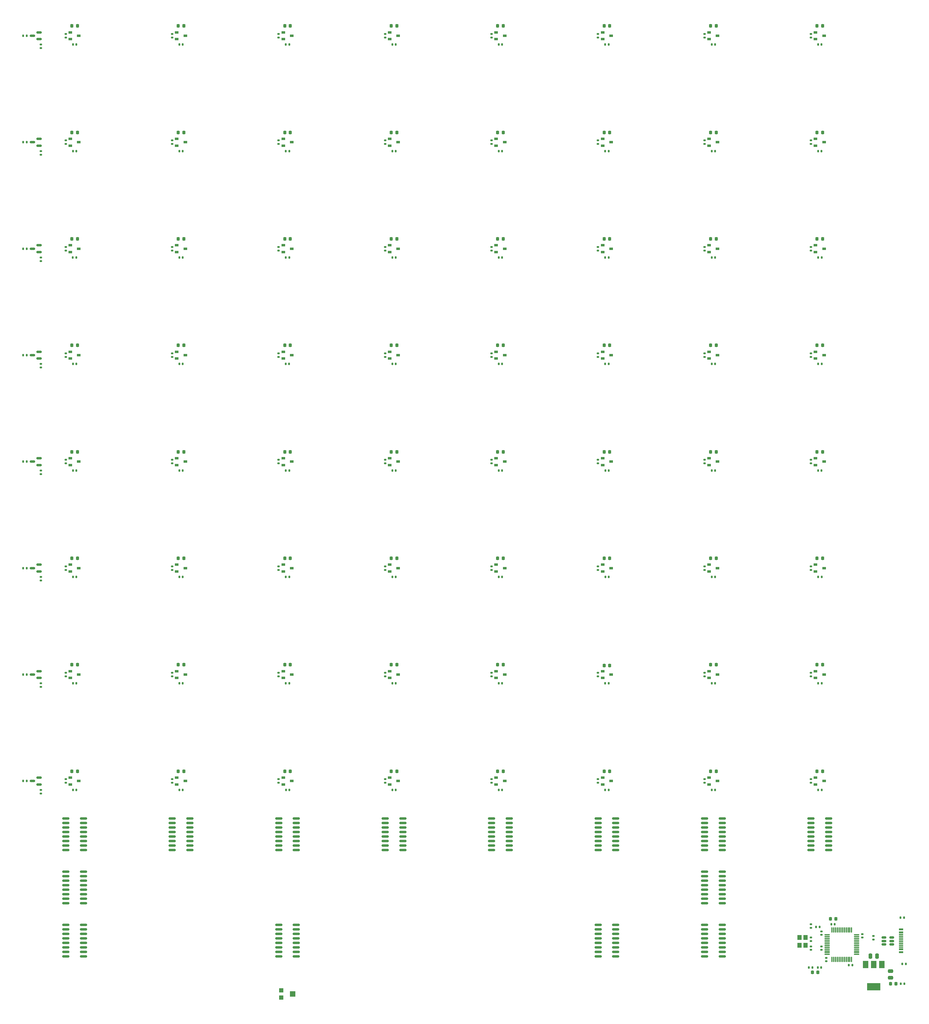
<source format=gbr>
%TF.GenerationSoftware,KiCad,Pcbnew,7.0.3*%
%TF.CreationDate,2023-05-28T11:15:03+12:00*%
%TF.ProjectId,ChessBoardKiCad,43686573-7342-46f6-9172-644b69436164,rev?*%
%TF.SameCoordinates,Original*%
%TF.FileFunction,Paste,Top*%
%TF.FilePolarity,Positive*%
%FSLAX46Y46*%
G04 Gerber Fmt 4.6, Leading zero omitted, Abs format (unit mm)*
G04 Created by KiCad (PCBNEW 7.0.3) date 2023-05-28 11:15:03*
%MOMM*%
%LPD*%
G01*
G04 APERTURE LIST*
G04 Aperture macros list*
%AMRoundRect*
0 Rectangle with rounded corners*
0 $1 Rounding radius*
0 $2 $3 $4 $5 $6 $7 $8 $9 X,Y pos of 4 corners*
0 Add a 4 corners polygon primitive as box body*
4,1,4,$2,$3,$4,$5,$6,$7,$8,$9,$2,$3,0*
0 Add four circle primitives for the rounded corners*
1,1,$1+$1,$2,$3*
1,1,$1+$1,$4,$5*
1,1,$1+$1,$6,$7*
1,1,$1+$1,$8,$9*
0 Add four rect primitives between the rounded corners*
20,1,$1+$1,$2,$3,$4,$5,0*
20,1,$1+$1,$4,$5,$6,$7,0*
20,1,$1+$1,$6,$7,$8,$9,0*
20,1,$1+$1,$8,$9,$2,$3,0*%
G04 Aperture macros list end*
%ADD10R,1.000000X0.700000*%
%ADD11RoundRect,0.218750X0.218750X0.256250X-0.218750X0.256250X-0.218750X-0.256250X0.218750X-0.256250X0*%
%ADD12RoundRect,0.135000X-0.185000X0.135000X-0.185000X-0.135000X0.185000X-0.135000X0.185000X0.135000X0*%
%ADD13RoundRect,0.140000X-0.140000X-0.170000X0.140000X-0.170000X0.140000X0.170000X-0.140000X0.170000X0*%
%ADD14RoundRect,0.250000X0.475000X-0.250000X0.475000X0.250000X-0.475000X0.250000X-0.475000X-0.250000X0*%
%ADD15RoundRect,0.150000X0.587500X0.150000X-0.587500X0.150000X-0.587500X-0.150000X0.587500X-0.150000X0*%
%ADD16RoundRect,0.150000X-0.825000X-0.150000X0.825000X-0.150000X0.825000X0.150000X-0.825000X0.150000X0*%
%ADD17RoundRect,0.135000X0.135000X0.185000X-0.135000X0.185000X-0.135000X-0.185000X0.135000X-0.185000X0*%
%ADD18RoundRect,0.135000X-0.135000X-0.185000X0.135000X-0.185000X0.135000X0.185000X-0.135000X0.185000X0*%
%ADD19R,1.200000X1.400000*%
%ADD20RoundRect,0.140000X-0.170000X0.140000X-0.170000X-0.140000X0.170000X-0.140000X0.170000X0.140000X0*%
%ADD21RoundRect,0.140000X0.140000X0.170000X-0.140000X0.170000X-0.140000X-0.170000X0.140000X-0.170000X0*%
%ADD22R,1.500000X2.000000*%
%ADD23R,3.800000X2.000000*%
%ADD24RoundRect,0.135000X0.185000X-0.135000X0.185000X0.135000X-0.185000X0.135000X-0.185000X-0.135000X0*%
%ADD25RoundRect,0.140000X0.170000X-0.140000X0.170000X0.140000X-0.170000X0.140000X-0.170000X-0.140000X0*%
%ADD26RoundRect,0.225000X-0.225000X-0.250000X0.225000X-0.250000X0.225000X0.250000X-0.225000X0.250000X0*%
%ADD27RoundRect,0.250000X-0.250000X-0.475000X0.250000X-0.475000X0.250000X0.475000X-0.250000X0.475000X0*%
%ADD28RoundRect,0.075000X-0.662500X-0.075000X0.662500X-0.075000X0.662500X0.075000X-0.662500X0.075000X0*%
%ADD29RoundRect,0.075000X-0.075000X-0.662500X0.075000X-0.662500X0.075000X0.662500X-0.075000X0.662500X0*%
%ADD30R,1.200000X1.200000*%
%ADD31R,1.500000X1.600000*%
%ADD32R,1.150000X0.600000*%
%ADD33R,1.150000X0.300000*%
%ADD34RoundRect,0.150000X0.512500X0.150000X-0.512500X0.150000X-0.512500X-0.150000X0.512500X-0.150000X0*%
G04 APERTURE END LIST*
D10*
%TO.C,U27*%
X343800000Y-134050000D03*
X343800000Y-135950000D03*
X346200000Y-135000000D03*
%TD*%
%TO.C,U43*%
X343800000Y-194050000D03*
X343800000Y-195950000D03*
X346200000Y-195000000D03*
%TD*%
D11*
%TO.C,D11*%
X255787500Y-102250000D03*
X254212500Y-102250000D03*
%TD*%
D12*
%TO.C,R14*%
X432500000Y-74490000D03*
X432500000Y-75510000D03*
%TD*%
D10*
%TO.C,U36*%
X373800000Y-164050000D03*
X373800000Y-165950000D03*
X376200000Y-165000000D03*
%TD*%
%TO.C,U41*%
X283800000Y-194050000D03*
X283800000Y-195950000D03*
X286200000Y-195000000D03*
%TD*%
D13*
%TO.C,C77*%
X434540000Y-287500000D03*
X435500000Y-287500000D03*
%TD*%
D12*
%TO.C,R68*%
X342500000Y-254500000D03*
X342500000Y-255520000D03*
%TD*%
D10*
%TO.C,U9*%
X283800000Y-74050000D03*
X283800000Y-75950000D03*
X286200000Y-75000000D03*
%TD*%
D14*
%TO.C,C10*%
X454900000Y-340470000D03*
X454900000Y-338570000D03*
%TD*%
D11*
%TO.C,D37*%
X315787500Y-192250000D03*
X314212500Y-192250000D03*
%TD*%
%TO.C,D10*%
X225787500Y-102250000D03*
X224212500Y-102250000D03*
%TD*%
D12*
%TO.C,R30*%
X432500000Y-134490000D03*
X432500000Y-135510000D03*
%TD*%
%TO.C,R24*%
X252500000Y-134490000D03*
X252500000Y-135510000D03*
%TD*%
%TO.C,R77*%
X312500000Y-284500000D03*
X312500000Y-285520000D03*
%TD*%
D11*
%TO.C,D39*%
X375787500Y-192250000D03*
X374212500Y-192250000D03*
%TD*%
%TO.C,D56*%
X405787500Y-252250000D03*
X404212500Y-252250000D03*
%TD*%
D12*
%TO.C,R61*%
X432500000Y-224490000D03*
X432500000Y-225510000D03*
%TD*%
D15*
%TO.C,Q1*%
X215000000Y-75950000D03*
X215000000Y-74050000D03*
X213125000Y-75000000D03*
%TD*%
D12*
%TO.C,R80*%
X402500000Y-284490000D03*
X402500000Y-285510000D03*
%TD*%
%TO.C,R79*%
X372500000Y-284490000D03*
X372500000Y-285510000D03*
%TD*%
D10*
%TO.C,U20*%
X373800000Y-104050000D03*
X373800000Y-105950000D03*
X376200000Y-105000000D03*
%TD*%
%TO.C,U56*%
X223800000Y-254050000D03*
X223800000Y-255950000D03*
X226200000Y-255000000D03*
%TD*%
%TO.C,U38*%
X433800000Y-164050000D03*
X433800000Y-165950000D03*
X436200000Y-165000000D03*
%TD*%
D13*
%TO.C,C46*%
X224520000Y-197500000D03*
X225480000Y-197500000D03*
%TD*%
D12*
%TO.C,R75*%
X252500000Y-284490000D03*
X252500000Y-285510000D03*
%TD*%
D16*
%TO.C,U75*%
X252525000Y-295555000D03*
X252525000Y-296825000D03*
X252525000Y-298095000D03*
X252525000Y-299365000D03*
X252525000Y-300635000D03*
X252525000Y-301905000D03*
X252525000Y-303175000D03*
X252525000Y-304445000D03*
X257475000Y-304445000D03*
X257475000Y-303175000D03*
X257475000Y-301905000D03*
X257475000Y-300635000D03*
X257475000Y-299365000D03*
X257475000Y-298095000D03*
X257475000Y-296825000D03*
X257475000Y-295555000D03*
%TD*%
D10*
%TO.C,U54*%
X403800000Y-224050000D03*
X403800000Y-225950000D03*
X406200000Y-225000000D03*
%TD*%
D12*
%TO.C,R28*%
X372500000Y-134490000D03*
X372500000Y-135510000D03*
%TD*%
D10*
%TO.C,U30*%
X433800000Y-134050000D03*
X433800000Y-135950000D03*
X436200000Y-135000000D03*
%TD*%
D11*
%TO.C,D36*%
X285787500Y-192250000D03*
X284212500Y-192250000D03*
%TD*%
D17*
%TO.C,R2*%
X434960000Y-326107500D03*
X433940000Y-326107500D03*
%TD*%
D12*
%TO.C,R17*%
X282500000Y-104490000D03*
X282500000Y-105510000D03*
%TD*%
D13*
%TO.C,C44*%
X404520000Y-167500000D03*
X405480000Y-167500000D03*
%TD*%
D11*
%TO.C,D44*%
X285787500Y-222250000D03*
X284212500Y-222250000D03*
%TD*%
%TO.C,D40*%
X405787500Y-192250000D03*
X404212500Y-192250000D03*
%TD*%
D18*
%TO.C,R41*%
X210480000Y-105000000D03*
X211500000Y-105000000D03*
%TD*%
D13*
%TO.C,C65*%
X314540000Y-257500000D03*
X315500000Y-257500000D03*
%TD*%
D11*
%TO.C,D41*%
X435787500Y-192250000D03*
X434212500Y-192250000D03*
%TD*%
D12*
%TO.C,R74*%
X222500000Y-284500000D03*
X222500000Y-285520000D03*
%TD*%
D13*
%TO.C,C28*%
X404520000Y-107500000D03*
X405480000Y-107500000D03*
%TD*%
%TO.C,C69*%
X434540000Y-257500000D03*
X435500000Y-257500000D03*
%TD*%
D10*
%TO.C,U31*%
X223800000Y-164050000D03*
X223800000Y-165950000D03*
X226200000Y-165000000D03*
%TD*%
%TO.C,U58*%
X283800000Y-254050000D03*
X283800000Y-255950000D03*
X286200000Y-255000000D03*
%TD*%
%TO.C,U8*%
X253800000Y-74050000D03*
X253800000Y-75950000D03*
X256200000Y-75000000D03*
%TD*%
D11*
%TO.C,D17*%
X435787500Y-102250000D03*
X434212500Y-102250000D03*
%TD*%
D12*
%TO.C,R13*%
X402500000Y-74490000D03*
X402500000Y-75510000D03*
%TD*%
D13*
%TO.C,C50*%
X344520000Y-197500000D03*
X345480000Y-197500000D03*
%TD*%
D16*
%TO.C,U81*%
X432525000Y-295555000D03*
X432525000Y-296825000D03*
X432525000Y-298095000D03*
X432525000Y-299365000D03*
X432525000Y-300635000D03*
X432525000Y-301905000D03*
X432525000Y-303175000D03*
X432525000Y-304445000D03*
X437475000Y-304445000D03*
X437475000Y-303175000D03*
X437475000Y-301905000D03*
X437475000Y-300635000D03*
X437475000Y-299365000D03*
X437475000Y-298095000D03*
X437475000Y-296825000D03*
X437475000Y-295555000D03*
%TD*%
D12*
%TO.C,R32*%
X215500000Y-77490000D03*
X215500000Y-78510000D03*
%TD*%
D13*
%TO.C,C48*%
X284520000Y-197500000D03*
X285480000Y-197500000D03*
%TD*%
D19*
%TO.C,Y1*%
X429250000Y-329107500D03*
X429250000Y-331307500D03*
X430950000Y-331307500D03*
X430950000Y-329107500D03*
%TD*%
D13*
%TO.C,C72*%
X284540000Y-287500000D03*
X285500000Y-287500000D03*
%TD*%
D11*
%TO.C,D63*%
X375787500Y-282250000D03*
X374212500Y-282250000D03*
%TD*%
%TO.C,D18*%
X225787500Y-132250000D03*
X224212500Y-132250000D03*
%TD*%
D18*
%TO.C,R73*%
X210480000Y-225000000D03*
X211500000Y-225000000D03*
%TD*%
D12*
%TO.C,R58*%
X342500000Y-224490000D03*
X342500000Y-225510000D03*
%TD*%
D11*
%TO.C,D4*%
X285787500Y-72250000D03*
X284212500Y-72250000D03*
%TD*%
D13*
%TO.C,C75*%
X374520000Y-287500000D03*
X375480000Y-287500000D03*
%TD*%
D11*
%TO.C,D19*%
X255787500Y-132250000D03*
X254212500Y-132250000D03*
%TD*%
D10*
%TO.C,U49*%
X253800000Y-224050000D03*
X253800000Y-225950000D03*
X256200000Y-225000000D03*
%TD*%
D11*
%TO.C,D16*%
X405787500Y-102250000D03*
X404212500Y-102250000D03*
%TD*%
D13*
%TO.C,C35*%
X374520000Y-137500000D03*
X375480000Y-137500000D03*
%TD*%
D20*
%TO.C,C4*%
X446950000Y-328127500D03*
X446950000Y-329087500D03*
%TD*%
D10*
%TO.C,U52*%
X343800000Y-224050000D03*
X343800000Y-225950000D03*
X346200000Y-225000000D03*
%TD*%
%TO.C,U35*%
X343800000Y-164050000D03*
X343800000Y-165950000D03*
X346200000Y-165000000D03*
%TD*%
%TO.C,U66*%
X253800000Y-284050000D03*
X253800000Y-285950000D03*
X256200000Y-285000000D03*
%TD*%
%TO.C,U37*%
X403800000Y-164050000D03*
X403800000Y-165950000D03*
X406200000Y-165000000D03*
%TD*%
D11*
%TO.C,D64*%
X405787500Y-282250000D03*
X404212500Y-282250000D03*
%TD*%
D12*
%TO.C,R47*%
X342500000Y-194490000D03*
X342500000Y-195510000D03*
%TD*%
D13*
%TO.C,C24*%
X284520000Y-107500000D03*
X285480000Y-107500000D03*
%TD*%
D10*
%TO.C,U26*%
X313800000Y-134050000D03*
X313800000Y-135950000D03*
X316200000Y-135000000D03*
%TD*%
D13*
%TO.C,C59*%
X374540000Y-227500000D03*
X375500000Y-227500000D03*
%TD*%
%TO.C,C42*%
X344520000Y-167500000D03*
X345480000Y-167500000D03*
%TD*%
D10*
%TO.C,U7*%
X223800000Y-74050000D03*
X223800000Y-75950000D03*
X226200000Y-75000000D03*
%TD*%
%TO.C,U71*%
X403800000Y-284050000D03*
X403800000Y-285950000D03*
X406200000Y-285000000D03*
%TD*%
D11*
%TO.C,D59*%
X255787500Y-282250000D03*
X254212500Y-282250000D03*
%TD*%
D15*
%TO.C,Q3*%
X215000000Y-135950000D03*
X215000000Y-134050000D03*
X213125000Y-135000000D03*
%TD*%
D11*
%TO.C,D48*%
X405787500Y-222250000D03*
X404212500Y-222250000D03*
%TD*%
D12*
%TO.C,R27*%
X342500000Y-134490000D03*
X342500000Y-135510000D03*
%TD*%
D16*
%TO.C,U5*%
X402525000Y-325555000D03*
X402525000Y-326825000D03*
X402525000Y-328095000D03*
X402525000Y-329365000D03*
X402525000Y-330635000D03*
X402525000Y-331905000D03*
X402525000Y-333175000D03*
X402525000Y-334445000D03*
X407475000Y-334445000D03*
X407475000Y-333175000D03*
X407475000Y-331905000D03*
X407475000Y-330635000D03*
X407475000Y-329365000D03*
X407475000Y-328095000D03*
X407475000Y-326825000D03*
X407475000Y-325555000D03*
%TD*%
%TO.C,U74*%
X222525000Y-295555000D03*
X222525000Y-296825000D03*
X222525000Y-298095000D03*
X222525000Y-299365000D03*
X222525000Y-300635000D03*
X222525000Y-301905000D03*
X222525000Y-303175000D03*
X222525000Y-304445000D03*
X227475000Y-304445000D03*
X227475000Y-303175000D03*
X227475000Y-301905000D03*
X227475000Y-300635000D03*
X227475000Y-299365000D03*
X227475000Y-298095000D03*
X227475000Y-296825000D03*
X227475000Y-295555000D03*
%TD*%
D11*
%TO.C,FB1*%
X434457500Y-338870000D03*
X432882500Y-338870000D03*
%TD*%
%TO.C,D62*%
X345787500Y-282250000D03*
X344212500Y-282250000D03*
%TD*%
%TO.C,D2*%
X225787500Y-72250000D03*
X224212500Y-72250000D03*
%TD*%
D10*
%TO.C,U29*%
X403800000Y-134050000D03*
X403800000Y-135950000D03*
X406200000Y-135000000D03*
%TD*%
D21*
%TO.C,C2*%
X444160000Y-336857500D03*
X443200000Y-336857500D03*
%TD*%
D11*
%TO.C,D5*%
X315787500Y-72250000D03*
X314212500Y-72250000D03*
%TD*%
%TO.C,D33*%
X435787500Y-162250000D03*
X434212500Y-162250000D03*
%TD*%
D16*
%TO.C,U47*%
X222525000Y-310555000D03*
X222525000Y-311825000D03*
X222525000Y-313095000D03*
X222525000Y-314365000D03*
X222525000Y-315635000D03*
X222525000Y-316905000D03*
X222525000Y-318175000D03*
X222525000Y-319445000D03*
X227475000Y-319445000D03*
X227475000Y-318175000D03*
X227475000Y-316905000D03*
X227475000Y-315635000D03*
X227475000Y-314365000D03*
X227475000Y-313095000D03*
X227475000Y-311825000D03*
X227475000Y-310555000D03*
%TD*%
D12*
%TO.C,R40*%
X432500000Y-164490000D03*
X432500000Y-165510000D03*
%TD*%
%TO.C,R62*%
X215500000Y-167490000D03*
X215500000Y-168510000D03*
%TD*%
D13*
%TO.C,C74*%
X344520000Y-287500000D03*
X345480000Y-287500000D03*
%TD*%
D12*
%TO.C,R12*%
X372500000Y-74490000D03*
X372500000Y-75510000D03*
%TD*%
D11*
%TO.C,D20*%
X285787500Y-132250000D03*
X284212500Y-132250000D03*
%TD*%
D13*
%TO.C,C40*%
X284500000Y-167500000D03*
X285460000Y-167500000D03*
%TD*%
%TO.C,C64*%
X284520000Y-257500000D03*
X285480000Y-257500000D03*
%TD*%
D12*
%TO.C,R33*%
X222500000Y-164490000D03*
X222500000Y-165510000D03*
%TD*%
%TO.C,R18*%
X312500000Y-104490000D03*
X312500000Y-105510000D03*
%TD*%
D10*
%TO.C,U15*%
X223800000Y-104050000D03*
X223800000Y-105950000D03*
X226200000Y-105000000D03*
%TD*%
D11*
%TO.C,D49*%
X435787500Y-222250000D03*
X434212500Y-222250000D03*
%TD*%
D10*
%TO.C,U14*%
X433800000Y-74050000D03*
X433800000Y-75950000D03*
X436200000Y-75000000D03*
%TD*%
%TO.C,U19*%
X343800000Y-104050000D03*
X343800000Y-105950000D03*
X346200000Y-105000000D03*
%TD*%
D22*
%TO.C,U1*%
X452500000Y-336670000D03*
X450200000Y-336670000D03*
D23*
X450200000Y-342970000D03*
D22*
X447900000Y-336670000D03*
%TD*%
D17*
%TO.C,R1*%
X458810000Y-342120000D03*
X457790000Y-342120000D03*
%TD*%
D24*
%TO.C,R6*%
X450100000Y-329710000D03*
X450100000Y-328690000D03*
%TD*%
D12*
%TO.C,R39*%
X402500000Y-164490000D03*
X402500000Y-165510000D03*
%TD*%
D25*
%TO.C,C12*%
X432450000Y-330087500D03*
X432450000Y-329127500D03*
%TD*%
D11*
%TO.C,D14*%
X345787500Y-102250000D03*
X344212500Y-102250000D03*
%TD*%
D13*
%TO.C,C5*%
X438240000Y-325357500D03*
X439200000Y-325357500D03*
%TD*%
D12*
%TO.C,R86*%
X215500000Y-287490000D03*
X215500000Y-288510000D03*
%TD*%
D11*
%TO.C,D32*%
X405787500Y-162250000D03*
X404212500Y-162250000D03*
%TD*%
D25*
%TO.C,C6*%
X435450000Y-332587500D03*
X435450000Y-331627500D03*
%TD*%
D10*
%TO.C,U28*%
X373800000Y-134050000D03*
X373800000Y-135950000D03*
X376200000Y-135000000D03*
%TD*%
D12*
%TO.C,R15*%
X222500000Y-104490000D03*
X222500000Y-105510000D03*
%TD*%
D15*
%TO.C,Q5*%
X215000000Y-195950000D03*
X215000000Y-194050000D03*
X213125000Y-195000000D03*
%TD*%
D12*
%TO.C,R69*%
X372500000Y-254490000D03*
X372500000Y-255510000D03*
%TD*%
D10*
%TO.C,U13*%
X403800000Y-74050000D03*
X403800000Y-75950000D03*
X406200000Y-75000000D03*
%TD*%
D16*
%TO.C,U64*%
X222525000Y-325555000D03*
X222525000Y-326825000D03*
X222525000Y-328095000D03*
X222525000Y-329365000D03*
X222525000Y-330635000D03*
X222525000Y-331905000D03*
X222525000Y-333175000D03*
X222525000Y-334445000D03*
X227475000Y-334445000D03*
X227475000Y-333175000D03*
X227475000Y-331905000D03*
X227475000Y-330635000D03*
X227475000Y-329365000D03*
X227475000Y-328095000D03*
X227475000Y-326825000D03*
X227475000Y-325555000D03*
%TD*%
D10*
%TO.C,U18*%
X313800000Y-104050000D03*
X313800000Y-105950000D03*
X316200000Y-105000000D03*
%TD*%
D12*
%TO.C,R50*%
X432500000Y-194490000D03*
X432500000Y-195510000D03*
%TD*%
D10*
%TO.C,U25*%
X283800000Y-134050000D03*
X283800000Y-135950000D03*
X286200000Y-135000000D03*
%TD*%
D12*
%TO.C,R36*%
X312500000Y-164500000D03*
X312500000Y-165520000D03*
%TD*%
D13*
%TO.C,C51*%
X374540000Y-197500000D03*
X375500000Y-197500000D03*
%TD*%
D12*
%TO.C,R20*%
X372500000Y-104490000D03*
X372500000Y-105510000D03*
%TD*%
D18*
%TO.C,R5*%
X458240000Y-336500000D03*
X459260000Y-336500000D03*
%TD*%
D16*
%TO.C,U6*%
X402525000Y-310555000D03*
X402525000Y-311825000D03*
X402525000Y-313095000D03*
X402525000Y-314365000D03*
X402525000Y-315635000D03*
X402525000Y-316905000D03*
X402525000Y-318175000D03*
X402525000Y-319445000D03*
X407475000Y-319445000D03*
X407475000Y-318175000D03*
X407475000Y-316905000D03*
X407475000Y-315635000D03*
X407475000Y-314365000D03*
X407475000Y-313095000D03*
X407475000Y-311825000D03*
X407475000Y-310555000D03*
%TD*%
D10*
%TO.C,U40*%
X253800000Y-194050000D03*
X253800000Y-195950000D03*
X256200000Y-195000000D03*
%TD*%
D11*
%TO.C,D43*%
X255787500Y-222250000D03*
X254212500Y-222250000D03*
%TD*%
D12*
%TO.C,R22*%
X432500000Y-104490000D03*
X432500000Y-105510000D03*
%TD*%
D20*
%TO.C,C13*%
X432450000Y-331607500D03*
X432450000Y-332567500D03*
%TD*%
D11*
%TO.C,D3*%
X255787500Y-72250000D03*
X254212500Y-72250000D03*
%TD*%
D12*
%TO.C,R70*%
X402500000Y-254490000D03*
X402500000Y-255510000D03*
%TD*%
D13*
%TO.C,C41*%
X314520000Y-167500000D03*
X315480000Y-167500000D03*
%TD*%
D11*
%TO.C,D6*%
X345787500Y-72250000D03*
X344212500Y-72250000D03*
%TD*%
%TO.C,D25*%
X435787500Y-132250000D03*
X434212500Y-132250000D03*
%TD*%
%TO.C,D47*%
X375787500Y-222250000D03*
X374212500Y-222250000D03*
%TD*%
D13*
%TO.C,C53*%
X434520000Y-197500000D03*
X435480000Y-197500000D03*
%TD*%
D11*
%TO.C,D30*%
X345787500Y-162250000D03*
X344212500Y-162250000D03*
%TD*%
D12*
%TO.C,R26*%
X312500000Y-134490000D03*
X312500000Y-135510000D03*
%TD*%
D16*
%TO.C,U4*%
X372525000Y-325555000D03*
X372525000Y-326825000D03*
X372525000Y-328095000D03*
X372525000Y-329365000D03*
X372525000Y-330635000D03*
X372525000Y-331905000D03*
X372525000Y-333175000D03*
X372525000Y-334445000D03*
X377475000Y-334445000D03*
X377475000Y-333175000D03*
X377475000Y-331905000D03*
X377475000Y-330635000D03*
X377475000Y-329365000D03*
X377475000Y-328095000D03*
X377475000Y-326825000D03*
X377475000Y-325555000D03*
%TD*%
D10*
%TO.C,U60*%
X343800000Y-254050000D03*
X343800000Y-255950000D03*
X346200000Y-255000000D03*
%TD*%
D12*
%TO.C,R55*%
X252500000Y-224500000D03*
X252500000Y-225520000D03*
%TD*%
D13*
%TO.C,C23*%
X254500000Y-107500000D03*
X255460000Y-107500000D03*
%TD*%
%TO.C,C30*%
X224500000Y-137500000D03*
X225460000Y-137500000D03*
%TD*%
D11*
%TO.C,D34*%
X225787500Y-192250000D03*
X224212500Y-192250000D03*
%TD*%
%TO.C,D23*%
X375787500Y-132250000D03*
X374212500Y-132250000D03*
%TD*%
D13*
%TO.C,C18*%
X344520000Y-77500000D03*
X345480000Y-77500000D03*
%TD*%
D12*
%TO.C,R82*%
X215500000Y-227490000D03*
X215500000Y-228510000D03*
%TD*%
D11*
%TO.C,D21*%
X315787500Y-132250000D03*
X314212500Y-132250000D03*
%TD*%
D24*
%TO.C,R3*%
X432450000Y-326367500D03*
X432450000Y-325347500D03*
%TD*%
D11*
%TO.C,D9*%
X435787500Y-72250000D03*
X434212500Y-72250000D03*
%TD*%
%TO.C,D24*%
X405787500Y-132250000D03*
X404212500Y-132250000D03*
%TD*%
%TO.C,D50*%
X225787500Y-252250000D03*
X224212500Y-252250000D03*
%TD*%
%TO.C,D12*%
X285787500Y-102250000D03*
X284212500Y-102250000D03*
%TD*%
D16*
%TO.C,U78*%
X342525000Y-295555000D03*
X342525000Y-296825000D03*
X342525000Y-298095000D03*
X342525000Y-299365000D03*
X342525000Y-300635000D03*
X342525000Y-301905000D03*
X342525000Y-303175000D03*
X342525000Y-304445000D03*
X347475000Y-304445000D03*
X347475000Y-303175000D03*
X347475000Y-301905000D03*
X347475000Y-300635000D03*
X347475000Y-299365000D03*
X347475000Y-298095000D03*
X347475000Y-296825000D03*
X347475000Y-295555000D03*
%TD*%
D12*
%TO.C,R16*%
X252500000Y-104490000D03*
X252500000Y-105510000D03*
%TD*%
D26*
%TO.C,C1*%
X437975000Y-323857500D03*
X439525000Y-323857500D03*
%TD*%
D16*
%TO.C,U76*%
X282525000Y-295555000D03*
X282525000Y-296825000D03*
X282525000Y-298095000D03*
X282525000Y-299365000D03*
X282525000Y-300635000D03*
X282525000Y-301905000D03*
X282525000Y-303175000D03*
X282525000Y-304445000D03*
X287475000Y-304445000D03*
X287475000Y-303175000D03*
X287475000Y-301905000D03*
X287475000Y-300635000D03*
X287475000Y-299365000D03*
X287475000Y-298095000D03*
X287475000Y-296825000D03*
X287475000Y-295555000D03*
%TD*%
D13*
%TO.C,C34*%
X344520000Y-137500000D03*
X345480000Y-137500000D03*
%TD*%
D10*
%TO.C,U53*%
X373800000Y-224050000D03*
X373800000Y-225950000D03*
X376200000Y-225000000D03*
%TD*%
D11*
%TO.C,D46*%
X345787500Y-222250000D03*
X344212500Y-222250000D03*
%TD*%
D18*
%TO.C,R53*%
X210480000Y-165000000D03*
X211500000Y-165000000D03*
%TD*%
D11*
%TO.C,D8*%
X405787500Y-72250000D03*
X404212500Y-72250000D03*
%TD*%
D12*
%TO.C,R44*%
X252500000Y-194490000D03*
X252500000Y-195510000D03*
%TD*%
%TO.C,R76*%
X282500000Y-284500000D03*
X282500000Y-285520000D03*
%TD*%
D13*
%TO.C,C25*%
X314520000Y-107500000D03*
X315480000Y-107500000D03*
%TD*%
D12*
%TO.C,R49*%
X402500000Y-194490000D03*
X402500000Y-195510000D03*
%TD*%
%TO.C,R29*%
X402500000Y-134490000D03*
X402500000Y-135510000D03*
%TD*%
%TO.C,R9*%
X282500000Y-74490000D03*
X282500000Y-75510000D03*
%TD*%
D10*
%TO.C,U63*%
X433800000Y-254050000D03*
X433800000Y-255950000D03*
X436200000Y-255000000D03*
%TD*%
D18*
%TO.C,R31*%
X210480000Y-75000000D03*
X211500000Y-75000000D03*
%TD*%
D11*
%TO.C,D65*%
X435787500Y-282250000D03*
X434212500Y-282250000D03*
%TD*%
D15*
%TO.C,Q8*%
X215000000Y-285950000D03*
X215000000Y-284050000D03*
X213125000Y-285000000D03*
%TD*%
D12*
%TO.C,R57*%
X312500000Y-224490000D03*
X312500000Y-225510000D03*
%TD*%
D10*
%TO.C,U10*%
X313800000Y-74050000D03*
X313800000Y-75950000D03*
X316200000Y-75000000D03*
%TD*%
D11*
%TO.C,D22*%
X345787500Y-132250000D03*
X344212500Y-132250000D03*
%TD*%
D10*
%TO.C,U11*%
X343800000Y-74050000D03*
X343800000Y-75950000D03*
X346200000Y-75000000D03*
%TD*%
D13*
%TO.C,C43*%
X374520000Y-167500000D03*
X375480000Y-167500000D03*
%TD*%
%TO.C,C20*%
X404520000Y-77500000D03*
X405480000Y-77500000D03*
%TD*%
D12*
%TO.C,R84*%
X215500000Y-257490000D03*
X215500000Y-258510000D03*
%TD*%
D13*
%TO.C,C56*%
X284520000Y-227500000D03*
X285480000Y-227500000D03*
%TD*%
D11*
%TO.C,D28*%
X285787500Y-162250000D03*
X284212500Y-162250000D03*
%TD*%
D18*
%TO.C,R83*%
X210480000Y-255000000D03*
X211500000Y-255000000D03*
%TD*%
D13*
%TO.C,C63*%
X254520000Y-257500000D03*
X255480000Y-257500000D03*
%TD*%
D12*
%TO.C,R67*%
X312500000Y-254490000D03*
X312500000Y-255510000D03*
%TD*%
D10*
%TO.C,U45*%
X403800000Y-194050000D03*
X403800000Y-195950000D03*
X406200000Y-195000000D03*
%TD*%
%TO.C,U12*%
X373800000Y-74050000D03*
X373800000Y-75950000D03*
X376200000Y-75000000D03*
%TD*%
D16*
%TO.C,U80*%
X402525000Y-295555000D03*
X402525000Y-296825000D03*
X402525000Y-298095000D03*
X402525000Y-299365000D03*
X402525000Y-300635000D03*
X402525000Y-301905000D03*
X402525000Y-303175000D03*
X402525000Y-304445000D03*
X407475000Y-304445000D03*
X407475000Y-303175000D03*
X407475000Y-301905000D03*
X407475000Y-300635000D03*
X407475000Y-299365000D03*
X407475000Y-298095000D03*
X407475000Y-296825000D03*
X407475000Y-295555000D03*
%TD*%
D13*
%TO.C,C21*%
X434520000Y-77500000D03*
X435480000Y-77500000D03*
%TD*%
D12*
%TO.C,R72*%
X215500000Y-197490000D03*
X215500000Y-198510000D03*
%TD*%
D11*
%TO.C,D27*%
X255787500Y-162250000D03*
X254212500Y-162250000D03*
%TD*%
D12*
%TO.C,R34*%
X252500000Y-164500000D03*
X252500000Y-165520000D03*
%TD*%
D10*
%TO.C,U59*%
X313800000Y-254050000D03*
X313800000Y-255950000D03*
X316200000Y-255000000D03*
%TD*%
D13*
%TO.C,C15*%
X254520000Y-77500000D03*
X255480000Y-77500000D03*
%TD*%
D11*
%TO.C,D42*%
X225787500Y-222250000D03*
X224212500Y-222250000D03*
%TD*%
%TO.C,D45*%
X315787500Y-222250000D03*
X314212500Y-222250000D03*
%TD*%
D13*
%TO.C,C36*%
X404520000Y-137500000D03*
X405480000Y-137500000D03*
%TD*%
%TO.C,C45*%
X434540000Y-167500000D03*
X435500000Y-167500000D03*
%TD*%
D10*
%TO.C,U16*%
X253800000Y-104050000D03*
X253800000Y-105950000D03*
X256200000Y-105000000D03*
%TD*%
D13*
%TO.C,C27*%
X374520000Y-107500000D03*
X375480000Y-107500000D03*
%TD*%
D16*
%TO.C,U73*%
X282525000Y-325555000D03*
X282525000Y-326825000D03*
X282525000Y-328095000D03*
X282525000Y-329365000D03*
X282525000Y-330635000D03*
X282525000Y-331905000D03*
X282525000Y-333175000D03*
X282525000Y-334445000D03*
X287475000Y-334445000D03*
X287475000Y-333175000D03*
X287475000Y-331905000D03*
X287475000Y-330635000D03*
X287475000Y-329365000D03*
X287475000Y-328095000D03*
X287475000Y-326825000D03*
X287475000Y-325555000D03*
%TD*%
D13*
%TO.C,C71*%
X254520000Y-287500000D03*
X255480000Y-287500000D03*
%TD*%
%TO.C,C58*%
X344520000Y-227500000D03*
X345480000Y-227500000D03*
%TD*%
%TO.C,C70*%
X224520000Y-287500000D03*
X225480000Y-287500000D03*
%TD*%
D12*
%TO.C,R43*%
X222500000Y-194490000D03*
X222500000Y-195510000D03*
%TD*%
%TO.C,R8*%
X252500000Y-74490000D03*
X252500000Y-75510000D03*
%TD*%
%TO.C,R65*%
X252500000Y-254490000D03*
X252500000Y-255510000D03*
%TD*%
D10*
%TO.C,U44*%
X373800000Y-194050000D03*
X373800000Y-195950000D03*
X376200000Y-195000000D03*
%TD*%
D13*
%TO.C,C67*%
X374520000Y-257500000D03*
X375480000Y-257500000D03*
%TD*%
%TO.C,C49*%
X314520000Y-197500000D03*
X315480000Y-197500000D03*
%TD*%
D10*
%TO.C,U24*%
X253800000Y-134050000D03*
X253800000Y-135950000D03*
X256200000Y-135000000D03*
%TD*%
D13*
%TO.C,C17*%
X314520000Y-77500000D03*
X315480000Y-77500000D03*
%TD*%
%TO.C,C55*%
X254520000Y-227500000D03*
X255480000Y-227500000D03*
%TD*%
D11*
%TO.C,D29*%
X315787500Y-162250000D03*
X314212500Y-162250000D03*
%TD*%
D13*
%TO.C,C26*%
X344520000Y-107500000D03*
X345480000Y-107500000D03*
%TD*%
D10*
%TO.C,U65*%
X223800000Y-284050000D03*
X223800000Y-285950000D03*
X226200000Y-285000000D03*
%TD*%
D16*
%TO.C,U77*%
X312525000Y-295555000D03*
X312525000Y-296825000D03*
X312525000Y-298095000D03*
X312525000Y-299365000D03*
X312525000Y-300635000D03*
X312525000Y-301905000D03*
X312525000Y-303175000D03*
X312525000Y-304445000D03*
X317475000Y-304445000D03*
X317475000Y-303175000D03*
X317475000Y-301905000D03*
X317475000Y-300635000D03*
X317475000Y-299365000D03*
X317475000Y-298095000D03*
X317475000Y-296825000D03*
X317475000Y-295555000D03*
%TD*%
D13*
%TO.C,C32*%
X284520000Y-137500000D03*
X285480000Y-137500000D03*
%TD*%
D12*
%TO.C,R42*%
X215500000Y-107490000D03*
X215500000Y-108510000D03*
%TD*%
D13*
%TO.C,C39*%
X254520000Y-167500000D03*
X255480000Y-167500000D03*
%TD*%
%TO.C,C31*%
X254520000Y-137500000D03*
X255480000Y-137500000D03*
%TD*%
D10*
%TO.C,U67*%
X283800000Y-284050000D03*
X283800000Y-285950000D03*
X286200000Y-285000000D03*
%TD*%
%TO.C,U22*%
X433800000Y-104050000D03*
X433800000Y-105950000D03*
X436200000Y-105000000D03*
%TD*%
D12*
%TO.C,R60*%
X402500000Y-224500000D03*
X402500000Y-225520000D03*
%TD*%
%TO.C,R35*%
X282500000Y-164500000D03*
X282500000Y-165520000D03*
%TD*%
D13*
%TO.C,C54*%
X224520000Y-227500000D03*
X225480000Y-227500000D03*
%TD*%
D12*
%TO.C,R25*%
X282500000Y-134490000D03*
X282500000Y-135510000D03*
%TD*%
D10*
%TO.C,U50*%
X283800000Y-224050000D03*
X283800000Y-225950000D03*
X286200000Y-225000000D03*
%TD*%
D12*
%TO.C,R38*%
X372500000Y-164500000D03*
X372500000Y-165520000D03*
%TD*%
D10*
%TO.C,U32*%
X253800000Y-164050000D03*
X253800000Y-165950000D03*
X256200000Y-165000000D03*
%TD*%
D11*
%TO.C,D35*%
X255787500Y-192250000D03*
X254212500Y-192250000D03*
%TD*%
D15*
%TO.C,Q2*%
X215000000Y-105950000D03*
X215000000Y-104050000D03*
X213125000Y-105000000D03*
%TD*%
D11*
%TO.C,D7*%
X375787500Y-72250000D03*
X374212500Y-72250000D03*
%TD*%
D13*
%TO.C,C47*%
X254520000Y-197500000D03*
X255480000Y-197500000D03*
%TD*%
D12*
%TO.C,R19*%
X342500000Y-104490000D03*
X342500000Y-105510000D03*
%TD*%
%TO.C,R48*%
X372500000Y-194490000D03*
X372500000Y-195510000D03*
%TD*%
%TO.C,R45*%
X282500000Y-194490000D03*
X282500000Y-195510000D03*
%TD*%
D13*
%TO.C,C33*%
X314520000Y-137500000D03*
X315480000Y-137500000D03*
%TD*%
D11*
%TO.C,D55*%
X375787500Y-252500000D03*
X374212500Y-252500000D03*
%TD*%
D13*
%TO.C,C37*%
X434540000Y-137500000D03*
X435500000Y-137500000D03*
%TD*%
D10*
%TO.C,U68*%
X313800000Y-284050000D03*
X313800000Y-285950000D03*
X316200000Y-285000000D03*
%TD*%
D11*
%TO.C,D54*%
X345787500Y-252250000D03*
X344212500Y-252250000D03*
%TD*%
%TO.C,D38*%
X345787500Y-192250000D03*
X344212500Y-192250000D03*
%TD*%
D10*
%TO.C,U21*%
X403800000Y-104050000D03*
X403800000Y-105950000D03*
X406200000Y-105000000D03*
%TD*%
%TO.C,U61*%
X373800000Y-254050000D03*
X373800000Y-255950000D03*
X376200000Y-255000000D03*
%TD*%
D13*
%TO.C,C14*%
X224520000Y-77500000D03*
X225480000Y-77500000D03*
%TD*%
D11*
%TO.C,D53*%
X315787500Y-252250000D03*
X314212500Y-252250000D03*
%TD*%
D10*
%TO.C,U46*%
X433800000Y-194050000D03*
X433800000Y-195950000D03*
X436200000Y-195000000D03*
%TD*%
D11*
%TO.C,D13*%
X315787500Y-102250000D03*
X314212500Y-102250000D03*
%TD*%
D13*
%TO.C,C16*%
X284520000Y-77500000D03*
X285480000Y-77500000D03*
%TD*%
D10*
%TO.C,U17*%
X283800000Y-104050000D03*
X283800000Y-105950000D03*
X286200000Y-105000000D03*
%TD*%
D12*
%TO.C,R23*%
X222500000Y-134490000D03*
X222500000Y-135510000D03*
%TD*%
%TO.C,R66*%
X282500000Y-254490000D03*
X282500000Y-255510000D03*
%TD*%
%TO.C,R81*%
X432500000Y-284480000D03*
X432500000Y-285500000D03*
%TD*%
D11*
%TO.C,D61*%
X315787500Y-282250000D03*
X314212500Y-282250000D03*
%TD*%
D21*
%TO.C,C8*%
X432880000Y-337520000D03*
X431920000Y-337520000D03*
%TD*%
D13*
%TO.C,C60*%
X404540000Y-227500000D03*
X405500000Y-227500000D03*
%TD*%
D12*
%TO.C,R46*%
X312500000Y-194490000D03*
X312500000Y-195510000D03*
%TD*%
D13*
%TO.C,C66*%
X344520000Y-257500000D03*
X345480000Y-257500000D03*
%TD*%
D11*
%TO.C,D57*%
X435787500Y-252250000D03*
X434212500Y-252250000D03*
%TD*%
D13*
%TO.C,C29*%
X434520000Y-107500000D03*
X435480000Y-107500000D03*
%TD*%
D15*
%TO.C,Q7*%
X215000000Y-255950000D03*
X215000000Y-254050000D03*
X213125000Y-255000000D03*
%TD*%
D10*
%TO.C,U70*%
X373800000Y-284050000D03*
X373800000Y-285950000D03*
X376200000Y-285000000D03*
%TD*%
%TO.C,U57*%
X253800000Y-254050000D03*
X253800000Y-255950000D03*
X256200000Y-255000000D03*
%TD*%
%TO.C,U72*%
X433800000Y-284050000D03*
X433800000Y-285950000D03*
X436200000Y-285000000D03*
%TD*%
%TO.C,U69*%
X343800000Y-284050000D03*
X343800000Y-285950000D03*
X346200000Y-285000000D03*
%TD*%
D13*
%TO.C,C52*%
X404520000Y-197500000D03*
X405480000Y-197500000D03*
%TD*%
D18*
%TO.C,R51*%
X210480000Y-135000000D03*
X211500000Y-135000000D03*
%TD*%
D12*
%TO.C,R78*%
X342500000Y-284490000D03*
X342500000Y-285510000D03*
%TD*%
D13*
%TO.C,C68*%
X404540000Y-257500000D03*
X405500000Y-257500000D03*
%TD*%
D10*
%TO.C,U48*%
X223800000Y-224050000D03*
X223800000Y-225950000D03*
X226200000Y-225000000D03*
%TD*%
D18*
%TO.C,R63*%
X210480000Y-195000000D03*
X211500000Y-195000000D03*
%TD*%
D13*
%TO.C,C19*%
X374520000Y-77500000D03*
X375480000Y-77500000D03*
%TD*%
D11*
%TO.C,D51*%
X255787500Y-252250000D03*
X254212500Y-252250000D03*
%TD*%
D13*
%TO.C,C57*%
X314520000Y-227500000D03*
X315480000Y-227500000D03*
%TD*%
%TO.C,C22*%
X224520000Y-107500000D03*
X225480000Y-107500000D03*
%TD*%
D10*
%TO.C,U51*%
X313800000Y-224050000D03*
X313800000Y-225950000D03*
X316200000Y-225000000D03*
%TD*%
D15*
%TO.C,Q6*%
X215000000Y-225950000D03*
X215000000Y-224050000D03*
X213125000Y-225000000D03*
%TD*%
D13*
%TO.C,C61*%
X434540000Y-227500000D03*
X435500000Y-227500000D03*
%TD*%
D11*
%TO.C,D26*%
X225787500Y-162250000D03*
X224212500Y-162250000D03*
%TD*%
D20*
%TO.C,C11*%
X436800000Y-334840000D03*
X436800000Y-335800000D03*
%TD*%
D12*
%TO.C,R7*%
X222500000Y-74490000D03*
X222500000Y-75510000D03*
%TD*%
D27*
%TO.C,C9*%
X449250000Y-334320000D03*
X451150000Y-334320000D03*
%TD*%
D13*
%TO.C,C38*%
X224520000Y-167500000D03*
X225480000Y-167500000D03*
%TD*%
D11*
%TO.C,D52*%
X285787500Y-252250000D03*
X284212500Y-252250000D03*
%TD*%
D12*
%TO.C,R21*%
X402500000Y-104490000D03*
X402500000Y-105510000D03*
%TD*%
%TO.C,R59*%
X372500000Y-224500000D03*
X372500000Y-225520000D03*
%TD*%
D13*
%TO.C,C62*%
X224540000Y-257500000D03*
X225500000Y-257500000D03*
%TD*%
D12*
%TO.C,R10*%
X312500000Y-74490000D03*
X312500000Y-75510000D03*
%TD*%
D18*
%TO.C,R85*%
X210480000Y-285000000D03*
X211500000Y-285000000D03*
%TD*%
D16*
%TO.C,U79*%
X372525000Y-295555000D03*
X372525000Y-296825000D03*
X372525000Y-298095000D03*
X372525000Y-299365000D03*
X372525000Y-300635000D03*
X372525000Y-301905000D03*
X372525000Y-303175000D03*
X372525000Y-304445000D03*
X377475000Y-304445000D03*
X377475000Y-303175000D03*
X377475000Y-301905000D03*
X377475000Y-300635000D03*
X377475000Y-299365000D03*
X377475000Y-298095000D03*
X377475000Y-296825000D03*
X377475000Y-295555000D03*
%TD*%
D10*
%TO.C,U55*%
X433800000Y-224050000D03*
X433800000Y-225950000D03*
X436200000Y-225000000D03*
%TD*%
D11*
%TO.C,D60*%
X285787500Y-282250000D03*
X284212500Y-282250000D03*
%TD*%
%TO.C,D1*%
X456487500Y-342120000D03*
X454912500Y-342120000D03*
%TD*%
D13*
%TO.C,C7*%
X434420000Y-337520000D03*
X435380000Y-337520000D03*
%TD*%
D12*
%TO.C,R52*%
X215500000Y-137490000D03*
X215500000Y-138510000D03*
%TD*%
D11*
%TO.C,D15*%
X375787500Y-102250000D03*
X374212500Y-102250000D03*
%TD*%
D25*
%TO.C,C3*%
X435450000Y-328337500D03*
X435450000Y-327377500D03*
%TD*%
D13*
%TO.C,C76*%
X404520000Y-287500000D03*
X405480000Y-287500000D03*
%TD*%
D28*
%TO.C,U2*%
X437037500Y-328357500D03*
X437037500Y-328857500D03*
X437037500Y-329357500D03*
X437037500Y-329857500D03*
X437037500Y-330357500D03*
X437037500Y-330857500D03*
X437037500Y-331357500D03*
X437037500Y-331857500D03*
X437037500Y-332357500D03*
X437037500Y-332857500D03*
X437037500Y-333357500D03*
X437037500Y-333857500D03*
D29*
X438450000Y-335270000D03*
X438950000Y-335270000D03*
X439450000Y-335270000D03*
X439950000Y-335270000D03*
X440450000Y-335270000D03*
X440950000Y-335270000D03*
X441450000Y-335270000D03*
X441950000Y-335270000D03*
X442450000Y-335270000D03*
X442950000Y-335270000D03*
X443450000Y-335270000D03*
X443950000Y-335270000D03*
D28*
X445362500Y-333857500D03*
X445362500Y-333357500D03*
X445362500Y-332857500D03*
X445362500Y-332357500D03*
X445362500Y-331857500D03*
X445362500Y-331357500D03*
X445362500Y-330857500D03*
X445362500Y-330357500D03*
X445362500Y-329857500D03*
X445362500Y-329357500D03*
X445362500Y-328857500D03*
X445362500Y-328357500D03*
D29*
X443950000Y-326945000D03*
X443450000Y-326945000D03*
X442950000Y-326945000D03*
X442450000Y-326945000D03*
X441950000Y-326945000D03*
X441450000Y-326945000D03*
X440950000Y-326945000D03*
X440450000Y-326945000D03*
X439950000Y-326945000D03*
X439450000Y-326945000D03*
X438950000Y-326945000D03*
X438450000Y-326945000D03*
%TD*%
D10*
%TO.C,U42*%
X313800000Y-194050000D03*
X313800000Y-195950000D03*
X316200000Y-195000000D03*
%TD*%
D11*
%TO.C,D31*%
X375787500Y-162250000D03*
X374212500Y-162250000D03*
%TD*%
D12*
%TO.C,R11*%
X342500000Y-74500000D03*
X342500000Y-75520000D03*
%TD*%
%TO.C,R54*%
X222500000Y-224490000D03*
X222500000Y-225510000D03*
%TD*%
D10*
%TO.C,U62*%
X403800000Y-254050000D03*
X403800000Y-255950000D03*
X406200000Y-255000000D03*
%TD*%
D12*
%TO.C,R64*%
X222500000Y-254490000D03*
X222500000Y-255510000D03*
%TD*%
%TO.C,R71*%
X432500000Y-254490000D03*
X432500000Y-255510000D03*
%TD*%
%TO.C,R56*%
X282500000Y-224490000D03*
X282500000Y-225510000D03*
%TD*%
%TO.C,R37*%
X342500000Y-164490000D03*
X342500000Y-165510000D03*
%TD*%
D30*
%TO.C,RV1*%
X283200000Y-344000000D03*
D31*
X286450000Y-345000000D03*
D30*
X283200000Y-346000000D03*
%TD*%
D11*
%TO.C,D58*%
X225787500Y-282250000D03*
X224212500Y-282250000D03*
%TD*%
D15*
%TO.C,Q4*%
X215000000Y-165950000D03*
X215000000Y-164050000D03*
X213125000Y-165000000D03*
%TD*%
D10*
%TO.C,U33*%
X283800000Y-164050000D03*
X283800000Y-165950000D03*
X286200000Y-165000000D03*
%TD*%
%TO.C,U34*%
X313800000Y-164050000D03*
X313800000Y-165950000D03*
X316200000Y-165000000D03*
%TD*%
%TO.C,U39*%
X223800000Y-194050000D03*
X223800000Y-195950000D03*
X226200000Y-195000000D03*
%TD*%
D18*
%TO.C,R4*%
X457740000Y-323500000D03*
X458760000Y-323500000D03*
%TD*%
D10*
%TO.C,U23*%
X223800000Y-134050000D03*
X223800000Y-135950000D03*
X226200000Y-135000000D03*
%TD*%
D32*
%TO.C,J1*%
X457850000Y-333220000D03*
X457850000Y-332420000D03*
D33*
X457850000Y-331270000D03*
X457850000Y-330270000D03*
X457850000Y-329770000D03*
X457850000Y-328770000D03*
D32*
X457850000Y-327620000D03*
X457850000Y-326820000D03*
X457850000Y-326820000D03*
X457850000Y-327620000D03*
D33*
X457850000Y-328270000D03*
X457850000Y-329270000D03*
X457850000Y-330770000D03*
X457850000Y-331770000D03*
D32*
X457850000Y-332420000D03*
X457850000Y-333220000D03*
%TD*%
D34*
%TO.C,U3*%
X455300000Y-331020000D03*
X455300000Y-330070000D03*
X455300000Y-329120000D03*
X453025000Y-329120000D03*
X453025000Y-330070000D03*
X453025000Y-331020000D03*
%TD*%
D13*
%TO.C,C73*%
X314520000Y-287500000D03*
X315480000Y-287500000D03*
%TD*%
M02*

</source>
